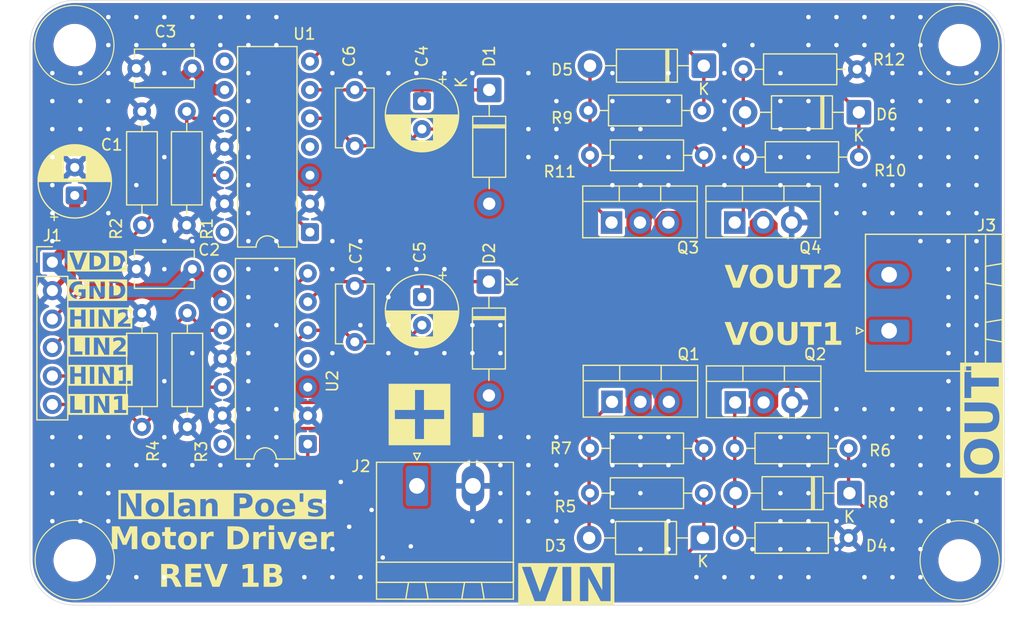
<source format=kicad_pcb>
(kicad_pcb (version 20241229) (generator "pcbnew") (generator_version "9.0")
  (layers (0 "F.Cu" signal) (2 "B.Cu" signal) (13 "F.Paste" user) (15 "B.Paste" user) (5 "F.SilkS" user "F.Silkscreen") (7 "B.SilkS" user "B.Silkscreen") (1 "F.Mask" user) (3 "B.Mask" user) (25 "Edge.Cuts" user))
  (net 0 "")
  (net 1 "VDD")
  (net 2 "GND")
  (net 3 "/VOUT1")
  (net 4 "/VOUT2")
  (net 5 "/HO1")
  (net 6 "/LO1")
  (net 7 "+24V")
  (net 8 "Net-(D5-A)")
  (net 9 "/HO2")
  (net 10 "Net-(D6-A)")
  (net 11 "/LO2")
  (net 12 "/HIN1")
  (net 13 "/LIN1")
  (net 14 "/LIN2")
  (net 15 "/HIN2")
  (net 22 "Net-(D1-K)")
  (net 23 "Net-(D2-K)")
  (net 24 "Net-(D3-A)")
  (net 25 "Net-(D4-A)")
  (footprint "Resistor_THT:R_Axial_DIN0207_L6.3mm_D2.5mm_P10.16mm_Horizontal" (layer "F.Cu") (at 164.16 113.75 180)
    (property "Reference" "R5")
    (property "Value" "10R")
  )
  (footprint "Diode_THT:D_DO-41_SOD81_P10.16mm_Horizontal" (layer "F.Cu") (at 177.16 113.75 180)
    (property "Reference" "D4")
    (property "Value" "1N4007")
  )
  (footprint "Resistor_THT:R_Axial_DIN0207_L6.3mm_D2.5mm_P10.16mm_Horizontal" (layer "F.Cu") (at 177.08 109.75 180)
    (property "Reference" "R6")
    (property "Value" "10R")
  )
  (footprint "MountingHole:MountingHole_3.2mm_M3" (layer "F.Cu") (at 108 119.75)
    (property "Reference" "H4" (hide yes))
    (property "Value" "MountingHole")
  )
  (footprint "Package_DIP:DIP-14_W7.62mm" (layer "F.Cu") (at 128.805 109.37 180)
    (property "Reference" "U2")
    (property "Value" "IR2110")
  )
  (footprint "Package_DIP:DIP-14_W7.62mm" (layer "F.Cu") (at 129 90.45 180)
    (property "Reference" "U1")
    (property "Value" "IR2110")
  )
  (footprint "Resistor_THT:R_Axial_DIN0207_L6.3mm_D2.5mm_P10.16mm_Horizontal" (layer "F.Cu") (at 118.05 97.67 -90)
    (property "Reference" "R3")
    (property "Value" "10k")
  )
  (footprint "Resistor_THT:R_Axial_DIN0207_L6.3mm_D2.5mm_P10.16mm_Horizontal" (layer "F.Cu") (at 166.92 117.75)
    (property "Reference" "R8")
    (property "Value" "1k")
  )
  (footprint "Resistor_THT:R_Axial_DIN0207_L6.3mm_D2.5mm_P10.16mm_Horizontal" (layer "F.Cu") (at 178 83.75 180)
    (property "Reference" "R10")
    (property "Value" "10R")
  )
  (footprint "Diode_THT:D_DO-41_SOD81_P10.16mm_Horizontal" (layer "F.Cu") (at 164.08 117.75 180)
    (property "Reference" "D3")
    (property "Value" "1N4007")
  )
  (footprint "MountingHole:MountingHole_3.2mm_M3" (layer "F.Cu") (at 108 73.75)
    (property "Reference" "H3" (hide yes))
    (property "Value" "MountingHole")
  )
  (footprint "Resistor_THT:R_Axial_DIN0207_L6.3mm_D2.5mm_P10.16mm_Horizontal" (layer "F.Cu") (at 114 107.83 90)
    (property "Reference" "R4")
    (property "Value" "10k")
  )
  (footprint "Resistor_THT:R_Axial_DIN0207_L6.3mm_D2.5mm_P10.16mm_Horizontal" (layer "F.Cu") (at 118 79.67 -90)
    (property "Reference" "R1")
    (property "Value" "10k")
  )
  (footprint "Capacitor_THT:CP_Radial_D6.3mm_P2.50mm" (layer "F.Cu") (at 108 87.17 90)
    (property "Reference" "C1")
    (property "Value" "220uF")
  )
  (footprint "Connector_Phoenix_MSTB:PhoenixContact_MSTBA_2,5_2-G_1x02_P5.00mm_Horizontal" (layer "F.Cu") (at 180.7 99.25 90)
    (property "Reference" "J3")
    (property "Value" "Conn_01x02")
  )
  (footprint "Package_TO_SOT_THT:TO-220-3_Vertical" (layer "F.Cu") (at 166.96 105.65)
    (property "Reference" "Q2")
    (property "Value" "IRFZ44N")
  )
  (footprint "MountingHole:MountingHole_3.2mm_M3" (layer "F.Cu") (at 187 73.75)
    (property "Reference" "H1" (hide yes))
    (property "Value" "MountingHole")
  )
  (footprint "Diode_THT:D_DO-41_SOD81_P10.16mm_Horizontal" (layer "F.Cu") (at 144.975 94.865 -90)
    (property "Reference" "D2")
    (property "Value" "1N4007")
  )
  (footprint "Capacitor_THT:C_Disc_D5.1mm_W3.2mm_P5.00mm" (layer "F.Cu") (at 118.5 75.83 180)
    (property "Reference" "C3")
    (property "Value" "100nF")
  )
  (footprint "Resistor_THT:R_Axial_DIN0207_L6.3mm_D2.5mm_P10.16mm_Horizontal" (layer "F.Cu") (at 164 79.59 180)
    (property "Reference" "R9")
    (property "Value" "10R")
  )
  (footprint "Connector_PinHeader_2.54mm:PinHeader_1x06_P2.54mm_Vertical" (layer "F.Cu") (at 106 93.13)
    (property "Reference" "J1")
    (property "Value" "Conn_01x06")
  )
  (footprint "Package_TO_SOT_THT:TO-220-3_Vertical" (layer "F.Cu") (at 166.92 89.59)
    (property "Reference" "Q4")
    (property "Value" "IRFZ44N")
  )
  (footprint "Capacitor_THT:CP_Radial_D6.3mm_P2.50mm" (layer "F.Cu") (at 139 96.25 -90)
    (property "Reference" "C5")
    (property "Value" "220uF")
  )
  (footprint "Resistor_THT:R_Axial_DIN0207_L6.3mm_D2.5mm_P10.16mm_Horizontal" (layer "F.Cu") (at 167.68 75.91)
    (property "Reference" "R12")
    (property "Value" "1k")
  )
  (footprint "Capacitor_THT:C_Disc_D5.1mm_W3.2mm_P5.00mm" (layer "F.Cu") (at 133 95.25 -90)
    (property "Reference" "C7")
    (property "Value" "100nF")
  )
  (footprint "Resistor_THT:R_Axial_DIN0207_L6.3mm_D2.5mm_P10.16mm_Horizontal" (layer "F.Cu") (at 154 83.59)
    (property "Reference" "R11")
    (property "Value" "1k")
  )
  (footprint "Diode_THT:D_DO-41_SOD81_P10.16mm_Horizontal" (layer "F.Cu") (at 164.16 75.59 180)
    (property "Reference" "D5")
    (property "Value" "1N4007")
  )
  (footprint "MountingHole:MountingHole_3.2mm_M3" (layer "F.Cu") (at 187 119.75)
    (property "Reference" "H2" (hide yes))
    (property "Value" "MountingHole")
  )
  (footprint "Package_TO_SOT_THT:TO-220-3_Vertical" (layer "F.Cu") (at 155.96 105.6)
    (property "Reference" "Q1")
    (property "Value" "IRFZ44N")
  )
  (footprint "Diode_THT:D_DO-41_SOD81_P10.16mm_Horizontal" (layer "F.Cu") (at 178 79.75 180)
    (property "Reference" "D6")
    (property "Value" "1N4007")
  )
  (footprint "Capacitor_THT:C_Disc_D5.1mm_W3.2mm_P5.00mm" (layer "F.Cu") (at 118.5 93.75 180)
    (property "Reference" "C2")
    (property "Value" "100nF")
  )
  (footprint "Diode_THT:D_DO-41_SOD81_P10.16mm_Horizontal" (layer "F.Cu") (at 145 77.75 -90)
    (property "Reference" "D1")
    (property "Value" "1N4007")
  )
  (footprint "Capacitor_THT:C_Disc_D5.1mm_W3.2mm_P5.00mm" (layer "F.Cu") (at 133 77.75 -90)
    (property "Reference" "C6")
    (property "Value" "100nF")
  )
  (footprint "Capacitor_THT:CP_Radial_D6.3mm_P2.50mm" (layer "F.Cu") (at 139 78.75 -90)
    (property "Reference" "C4")
    (property "Value" "220uF")
  )
  (footprint "Package_TO_SOT_THT:TO-220-3_Vertical" (layer "F.Cu") (at 155.92 89.59)
    (property "Reference" "Q3")
    (property "Value" "IRFZ44N")
  )
  (footprint "Resistor_THT:R_Axial_DIN0207_L6.3mm_D2.5mm_P10.16mm_Horizontal" (layer "F.Cu") (at 114 89.83 90)
    (property "Reference" "R2")
    (property "Value" "10k")
  )
  (footprint "Connector_Phoenix_MSTB:PhoenixContact_MSTBA_2,5_2-G_1x02_P5.00mm_Horizontal" (layer "F.Cu") (at 138.55 113.1)
    (property "Reference" "J2")
    (property "Value" "Conn_01x02")
  )
  (footprint "Resistor_THT:R_Axial_DIN0207_L6.3mm_D2.5mm_P10.16mm_Horizontal" (layer "F.Cu") (at 154 109.75)
    (property "Reference" "R7")
    (property "Value" "1k")
  )
  (gr_circle (center 187 119.75) (end 189.5 122.25) (stroke (width 0.1)) (fill no) (layer "F.SilkS"))
  (gr_circle (center 107.964466 73.75) (end 110.464466 76.25) (stroke (width 0.1)) (fill no) (layer "F.SilkS"))
  (gr_circle (center 108 119.714466) (end 110.5 122.214466) (stroke (width 0.1)) (fill no) (layer "F.SilkS"))
  (gr_circle (center 186.964466 73.75) (end 189.464466 76.25) (stroke (width 0.1)) (fill no) (layer "F.SilkS"))
  (gr_line (start 187 69.75) (end 108 69.75) (stroke (width 0.05)) (layer "Edge.Cuts"))
  (gr_arc (start 108 123.75) (mid 105.171573 122.578427) (end 104 119.75) (stroke (width 0.05)) (layer "Edge.Cuts"))
  (gr_arc (start 104 73.75) (mid 105.171573 70.921573) (end 108 69.75) (stroke (width 0.05)) (layer "Edge.Cuts"))
  (gr_line (start 108 123.75) (end 187 123.75) (stroke (width 0.05)) (layer "Edge.Cuts"))
  (gr_arc (start 187 69.75) (mid 189.828427 70.921573) (end 191 73.75) (stroke (width 0.05)) (layer "Edge.Cuts"))
  (gr_line (start 191 119.75) (end 191 73.75) (stroke (width 0.05)) (layer "Edge.Cuts"))
  (gr_line (start 104 73.75) (end 104 119.75) (stroke (width 0.05)) (layer "Edge.Cuts"))
  (gr_arc (start 191 119.75) (mid 189.828427 122.578427) (end 187 123.75) (stroke (width 0.05)) (layer "Edge.Cuts"))
  (gr_text "VOUT1" (at 166 100.85 0) (layer "F.SilkS") (effects (font (size 2 2) (thickness 0.3) (bold yes)) (justify left bottom)))
  (gr_text "HIN1" (at 107.4 104.25 0) (layer "F.SilkS" knockout) (effects (font (size 1.5 1.5) (thickness 0.3) (bold yes)) (justify left bottom)))
  (gr_text "Motor Driver\nREV 1B" (at 121.1 122.45 0) (layer "F.SilkS") (effects (font (size 2 2) (thickness 0.3) (bold yes)) (justify bottom)))
  (gr_text "Nolan Poe's" (at 121.1 116.15 0) (layer "F.SilkS" knockout) (effects (font (size 2 2) (thickness 0.3) (bold yes)) (justify bottom)))
  (gr_text "VDD" (at 107.5 94.05 0) (layer "F.SilkS" knockout) (effects (font (size 1.5 1.5) (thickness 0.3) (bold yes)) (justify left bottom)))
  (gr_text "LIN2" (at 107.4 101.65 0) (layer "F.SilkS" knockout) (effects (font (size 1.5 1.5) (thickness 0.3) (bold yes)) (justify left bottom)))
  (gr_text "-" (at 146.875 109.11 90) (layer "F.SilkS") (effects (font (size 5 5) (thickness 0.3) (bold yes)) (justify left bottom)))
  (gr_text "VIN" (at 147.9 123.9 0) (layer "F.SilkS" knockout) (effects (font (size 3 3) (thickness 0.3) (bold yes)) (justify left bottom)))
  (gr_text "OUT" (at 191 112.25 90) (layer "F.SilkS" knockout) (effects (font (size 3 3) (thickness 0.3) (bold yes)) (justify left bottom)))
  (gr_text "VOUT2" (at 166 95.75 0) (layer "F.SilkS") (effects (font (size 2 2) (thickness 0.3) (bold yes)) (justify left bottom)))
  (gr_text "GND" (at 107.4 96.65 0) (layer "F.SilkS" knockout) (effects (font (size 1.5 1.5) (thickness 0.3) (bold yes)) (justify left bottom)))
  (gr_text "+" (at 141.825 109.66 90) (layer "F.SilkS" knockout) (effects (font (size 5 5) (thickness 0.3) (bold yes)) (justify left bottom)))
  (gr_text "HIN2" (at 107.4 99.15 0) (layer "F.SilkS" knockout) (effects (font (size 1.5 1.5) (thickness 0.3) (bold yes)) (justify left bottom)))
  (gr_text "LIN1" (at 107.4 106.85 0) (layer "F.SilkS" knockout) (effects (font (size 1.5 1.5) (thickness 0.3) (bold yes)) (justify left bottom)))
  (segment (start 121.38 77.75) (end 120.42 77.75) (width 1) (layer "F.Cu") (net 1))
  (segment (start 116.1 78.23) (end 118.5 75.83) (width 1) (layer "F.Cu") (net 1))
  (segment (start 108 91.13) (end 106 93.13) (width 1) (layer "F.Cu") (net 1))
  (segment (start 108 87.17) (end 108 91.13) (width 1) (layer "F.Cu") (net 1))
  (segment (start 121.185 96.435) (end 118.5 93.75) (width 1) (layer "F.Cu") (net 1))
  (segment (start 116.1 80.35) (end 116.1 78.23) (width 1) (layer "F.Cu") (net 1))
  (segment (start 120.42 77.75) (end 118.5 75.83) (width 1) (layer "F.Cu") (net 1))
  (segment (start 108 87.17) (end 109.28 87.17) (width 1) (layer "F.Cu") (net 1))
  (segment (start 109.28 87.17) (end 116.1 80.35) (width 1) (layer "F.Cu") (net 1))
  (segment (start 121.185 96.67) (end 121.185 96.435) (width 1) (layer "F.Cu") (net 1))
  (segment (start 118.5 93.75) (end 116.5 95.75) (width 1) (layer "B.Cu") (net 1))
  (segment (start 116.5 95.75) (end 108.62 95.75) (width 1) (layer "B.Cu") (net 1))
  (segment (start 108.62 95.75) (end 106 93.13) (width 1) (layer "B.Cu") (net 1))
  (via (at 176 118.75) (size 0.8) (drill 0.4) (layers "F.Cu" "B.Cu") (net 2))
  (via (at 188.5 78.75) (size 0.8) (drill 0.4) (layers "F.Cu" "B.Cu") (net 2))
  (via (at 108.5 108.75) (size 0.8) (drill 0.4) (layers "F.Cu" "B.Cu") (net 2))
  (via (at 138.5 93.75) (size 0.8) (drill 0.4) (layers "F.Cu" "B.Cu") (net 2))
  (via (at 173.5 86.25) (size 0.8) (drill 0.4) (layers "F.Cu" "B.Cu") (net 2))
  (via (at 186 93.75) (size 0.8) (drill 0.4) (layers "F.Cu" "B.Cu") (net 2))
  (via (at 181 108.75) (size 0.8) (drill 0.4) (layers "F.Cu" "B.Cu") (net 2))
  (via (at 176 111.25) (size 0.8) (drill 0.4) (layers "F.Cu" "B.Cu") (net 2))
  (via (at 168.5 118.75) (size 0.8) (drill 0.4) (layers "F.Cu" "B.Cu") (net 2))
  (via (at 161 111.25) (size 0.8) (drill 0.4) (layers "F.Cu" "B.Cu") (net 2))
  (via (at 186 83.75) (size 0.8) (drill 0.4) (layers "F.Cu" "B.Cu") (net 2))
  (via (at 123.5 86.25) (size 0.8) (drill 0.4) (layers "F.Cu" "B.Cu") (net 2))
  (via (at 161 83.75) (size 0.8) (drill 0.4) (layers "F.Cu" "B.Cu") (net 2))
  (via (at 181 88.75) (size 0.8) (drill 0.4) (layers "F.Cu" "B.Cu") (net 2))
  (via (at 118.5 111.25) (size 0.8) (drill 0.4) (layers "F.Cu" "B.Cu") (net 2))
  (via (at 143.5 116.25) (size 0.8) (drill 0.4) (layers "F.Cu" "B.Cu") (net 2))
  (via (at 173.5 113.75) (size 0.8) (drill 0.4) (layers "F.Cu" "B.Cu") (net 2))
  (via (at 126 91.25) (size 0.8) (drill 0.4) (layers "F.Cu" "B.Cu") (net 2))
  (via (at 181 81.25) (size 0.8) (drill 0.4) (layers "F.Cu" "B.Cu") (net 2))
  (via (at 116 103.75) (size 0.8) (drill 0.4) (layers "F.Cu" "B.Cu") (net 2))
  (via (at 138 118.5) (size 0.8) (drill 0.4) (layers "F.Cu" "B.Cu") (net 2))
  (via (at 106 83.75) (size 0.8) (drill 0.4) (layers "F.Cu" "B.Cu") (net 2))
  (via (at 176 73.75) (size 0.8) (drill 0.4) (layers "F.Cu" "B.Cu") (net 2))
  (via (at 123.5 101.25) (size 0.8) (drill 0.4) (layers "F.Cu" "B.Cu") (net 2))
  (via (at 121 111.25) (size 0.8) (drill 0.4) (layers "F.Cu" "B.Cu") (net 2))
  (via (at 151 78.75) (size 0.8) (drill 0.4) (layers "F.Cu" "B.Cu") (net 2))
  (via (at 173.5 71.25) (size 0.8) (drill 0.4) (layers "F.Cu" "B.Cu") (net 2))
  (via (at 136 96.25) (size 0.8) (drill 0.4) (layers "F.Cu" "B.Cu") (net 2))
  (via (at 111 121.25) (size 0.8) (drill 0.4) (layers "F.Cu" "B.Cu") (net 2))
  (via (at 183.5 81.25) (size 0.8) (drill 0.4) (layers "F.Cu" "B.Cu") (net 2))
  (via (at 131 93.75) (size 0.8) (drill 0.4) (layers "F.Cu" "B.Cu") (net 2))
  (via (at 118.5 73.75) (size 0.8) (drill 0.4) (layers "F.Cu" "B.Cu") (net 2))
  (via (at 116 76.25) (size 0.8) (drill 0.4) (layers "F.Cu" "B.Cu") (net 2))
  (via (at 136 76.25) (size 0.8) (drill 0.4) (layers "F.Cu" "B.Cu") (net 2))
  (via (at 108.5 78.75) (size 0.8) (drill 0.4) (layers "F.Cu" "B.Cu") (net 2))
  (via (at 188.5 76.25) (size 0.8) (drill 0.4) (layers "F.Cu" "B.Cu") (net 2))
  (via (at 118.5 91.25) (size 0.8) (drill 0.4) (layers "F.Cu" "B.Cu") (net 2))
  (via (at 161 118.75) (size 0.8) (drill 0.4) (layers "F.Cu" "B.Cu") (net 2))
  (via (at 158.5 118.75) (size 0.8) (drill 0.4) (layers "F.Cu" "B.Cu") (net 2))
  (via (at 123.5 73.75) (size 0.8) (drill 0.4) (layers "F.Cu" "B.Cu") (net 2))
  (via (at 188.5 93.75) (size 0.8) (drill 0.4) (layers "F.Cu" "B.Cu") (net 2))
  (via (at 143.5 101.25) (size 0.8) (drill 0.4) (layers "F.Cu" "B.Cu") (net 2))
  (via (at 138.5 76.25) (size 0.8) (drill 0.4) (layers "F.Cu" "B.Cu") (net 2))
  (via (at 126 106.25) (size 0.8) (drill 0.4) (layers "F.Cu" "B.Cu") (net 2))
  (via (at 123.5 106.25) (size 0.8) (drill 0.4) (layers "F.Cu" "B.Cu") (net 2))
  (via (at 171 83.75) (size 0.8) (drill 0.4) (layers "F.Cu" "B.Cu") (net 2))
  (via (at 106 116.25) (size 0.8) (drill 0.4) (layers "F.Cu" "B.Cu") (net 2))
  (via (at 183.5 111.25) (size 0.8) (drill 0.4) (layers "F.Cu" "B.Cu") (net 2))
  (via (at 158.5 108.75) (size 0.8) (drill 0.4) (layers "F.Cu" "B.Cu") (net 2))
  (via (at 123.5 88.75) (size 0.8) (drill 0.4) (layers "F.Cu" "B.Cu") (net 2))
  (via (at 181 111.25) (size 0.8) (drill 0.4) (layers "F.Cu" "B.Cu") (net 2))
  (via (at 131 91.25) (size 0.8) (drill 0.4) (layers "F.Cu" "B.Cu") (net 2))
  (via (at 133.5 93.75) (size 0.8) (drill 0.4) (layers "F.Cu" "B.Cu") (net 2))
  (via (at 183.5 86.25) (size 0.8) (drill 0.4) (layers "F.Cu" "B.Cu") (net 2))
  (via (at 156 86.25) (size 0.8) (drill 0.4) (layers "F.Cu" "B.Cu") (net 2))
  (via (at 143.5 76.25) (size 0.8) (drill 0.4) (layers "F.Cu" "B.Cu") (net 2))
  (via (at 126 108.75) (size 0.8) (drill 0.4) (layers "F.Cu" "B.Cu") (net 2))
  (via (at 116 83.75) (size 0.8) (drill 0.4) (layers "F.Cu" "B.Cu") (net 2))
  (via (at 171 78.75) (size 0.8) (drill 0.4) (layers "F.Cu" "B.Cu") (net 2))
  (via (at 178.5 121.25) (size 0.8) (drill 0.4) (layers "F.Cu" "B.Cu") (net 2))
  (via (at 171 121.25) (size 0.8) (drill 0.4) (layers "F.Cu" "B.Cu") (net 2))
  (via (at 178.5 111.25) (size 0.8) (drill 0.4) (layers "F.Cu" "B.Cu") (net 2))
  (via (at 161 116.25) (size 0.8) (drill 0.4) (layers "F.Cu" "B.Cu") (net 2))
  (via (at 188.5 98.75) (size 0.8) (drill 0.4) (layers "F.Cu" "B.Cu") (net 2))
  (via (at 148.5 76.25) (size 0.8) (drill 0.4) (layers "F.Cu" "B.Cu") (net 2))
  (via (at 166 83.75) (size 0.8) (drill 0.4) (layers "F.Cu" "B.Cu") (net 2))
  (via (at 156 108.75) (size 0.8) (drill 0.4) (layers "F.Cu" "B.Cu") (net 2))
  (via (at 111 76.25) (size 0.8) (drill 0.4) (layers "F.Cu" "B.Cu") (net 2))
  (via (at 171 76.25) (size 0.8) (drill 0.4) (layers "F.Cu" "B.Cu") (net 2))
  (via (at 143.5 98.75) (size 0.8) (drill 0.4) (layers "F.Cu" "B.Cu") (net 2))
  (via (at 183.5 78.75) (size 0.8) (drill 0.4) (layers "F.Cu" "B.Cu") (net 2))
  (via (at 151 116.25) (size 0.8) (drill 0.4) (layers "F.Cu" "B.Cu") (net 2))
  (via (at 186 86.25) (size 0.8) (drill 0.4) (layers "F.Cu" "B.Cu") (net 2))
  (via (at 181 121.25) (size 0.8) (drill 0.4) (layers "F.Cu" "B.Cu") (net 2))
  (via (at 146 111.25) (size 0.8) (drill 0.4) (layers "F.Cu" "B.Cu") (net 2))
  (via (at 183.5 121.25) (size 0.8) (drill 0.4) (layers "F.Cu" "B.Cu") (net 2))
  (via (at 168.5 73.75) (size 0.8) (drill 0.4) (layers "F.Cu" "B.Cu") (net 2))
  (via (at 183.5 118.75) (size 0.8) (drill 0.4) (layers "F.Cu" "B.Cu") (net 2))
  (via (at 173.5 83.75) (size 0.8) (drill 0.4) (layers "F.Cu" "B.Cu") (net 2))
  (via (at 151 113.75) (size 0.8) (drill 0.4) (layers "F.Cu" "B.Cu") (net 2))
  (via (at 161 108.75) (size 0.8) (drill 0.4) (layers "F.Cu" "B.Cu") (net 2))
  (via (at 161 78.75) (size 0.8) (drill 0.4) (layers "F.Cu" "B.Cu") (net 2))
  (via (at 111 108.75) (size 0.8) (drill 0.4) (layers "F.Cu" "B.Cu") (net 2))
  (via (at 146 98.75) (size 0.8) (drill 0.4) (layers "F.Cu" "B.Cu") (net 2))
  (via (at 181 73.75) (size 0.8) (drill 0.4) (layers "F.Cu" "B.Cu") (net 2))
  (via (at 148.5 113.75) (size 0.8) (drill 0.4) (layers "F.Cu" "B.Cu") (net 2))
  (via (at 121 73.75) (size 0.8) (drill 0.4) (layers "F.Cu" "B.Cu") (net 2))
  (via (at 116 71.25) (size 0.8) (drill 0.4) (layers "F.Cu" "B.Cu") (net 2))
  (via (at 136 98.75) (size 0.8) (drill 0.4) (layers "F.Cu" "B.Cu") (net 2))
  (via (at 158.5 111.25) (size 0.8) (drill 0.4) (layers "F.Cu" "B.Cu") (net 2))
  (via (at 183.5 91.25) (size 0.8) (drill 0.4) (layers "F.Cu" "B.Cu") (net 2))
  (via (at 148.5 81.25) (size 0.8) (drill 0.4) (layers "F.Cu" "B.Cu") (net 2))
  (via (at 116 93.75) (size 0.8) (drill 0.4) (layers "F.Cu" "B.Cu") (net 2))
  (via (at 111 81.25) (size 0.8) (drill 0.4) (layers "F.Cu" "B.Cu") (net 2))
  (via (at 178.5 108.75) (size 0.8) (drill 0.4) (layers "F.Cu" "B.Cu") (net 2))
  (via (at 123.5 96.25) (size 0.8) (drill 0.4) (layers "F.Cu" "B.Cu") (net 2))
  (via (at 161 76.25) (size 0.8) (drill 0.4) (layers "F.Cu" "B.Cu") (net 2))
  (via (at 188.5 88.75) (size 0.8) (drill 0.4) (layers "F.Cu" "B.Cu") (net 2))
  (via (at 173.5 116.25) (size 0.8) (drill 0.4) (layers "F.Cu" "B.Cu") (net 2))
  (via (at 136 101.25) (size 0.8) (drill 0.4) (layers "F.Cu" "B.Cu") (net 2))
  (via (at 123.5 93.75) (size 0.8) (drill 0.4) (layers "F.Cu" "B.Cu") (net 2))
  (via (at 116 108.75) (size 0.8) (drill 0.4) (layers "F.Cu" "B.Cu") (net 2))
  (via (at 181 118.75) (size 0.8) (drill 0.4) (layers "F.Cu" "B.Cu") (net 2))
  (via (at 123.5 76.25) (size 0.8) (drill 0.4) (layers "F.Cu" "B.Cu") (net 2))
  (via (at 171 116.25) (size 0.8) (drill 0.4) (layers "F.Cu" "B.Cu") (net 2))
  (via (at 181 86.25) (size 0.8) (drill 0.4) (layers "F.Cu" "B.Cu") (net 2))
  (via (at 173.5 121.25) (size 0.8) (drill 0.4) (layers "F.Cu" "B.Cu") (net 2))
  (via (at 148.5 111.25) (size 0.8) (drill 0.4) (layers "F.Cu" "B.Cu") (net 2))
  (via (at 166 81.25) (size 0.8) (drill 0.4) (layers "F.Cu" "B.Cu") (net 2))
  (via (at 183.5 71.25) (size 0.8) (drill 0.4) (layers "F.Cu" "B.Cu") (net 2))
  (via (at 123.5 91.25) (size 0.8) (drill 0.4) (layers "F.Cu" "B.Cu") (net 2))
  (via (at 156 83.75) (size 0.8) (drill 0.4) (layers "F.Cu" "B.Cu") (net 2))
  (via (at 106 111.25) (size 0.8) (drill 0.4) (layers "F.Cu" "B.Cu") (net 2))
  (via (at 188.5 81.25) (size 0.8) (drill 0.4) (layers "F.Cu" "B.Cu") (net 2))
  (via (at 106 81.25) (size 0.8) (drill 0.4) (layers "F.Cu" "B.Cu") (net 2))
  (via (at 123.5 111.25) (size 0.8) (drill 0.4) (layers "F.Cu" "B.Cu") (net 2))
  (via (at 173.5 78.75) (size 0.8) (drill 0.4) (layers "F.Cu" "B.Cu") (net 2))
  (via (at 171 111.25) (size 0.8) (drill 0.4) (layers "F.Cu" "B.Cu") (net 2))
  (via (at 133.5 76.25) (size 0.8) (drill 0.4) (layers "F.Cu" "B.Cu") (net 2))
  (via (at 186 96.25) (size 0.8) (drill 0.4) (layers "F.Cu" "B.Cu") (net 2))
  (via (at 176 106.25) (size 0.8) (drill 0.4) (layers "F.Cu" "B.Cu") (net 2))
  (via (at 181 83.75) (size 0.8) (drill 0.4) (layers "F.Cu" "B.Cu") (net 2))
  (via (at 132.5 116.75) (size 0.8) (drill 0.4) (layers "F.Cu" "B.Cu") (net 2))
  (via (at 123.5 81.25) (size 0.8) (drill 0.4) (layers "F.Cu" "B.Cu") (net 2))
  (via (at 183.5 108.75) (size 0.8) (drill 0.4) (layers "F.Cu" "B.Cu") (net 2))
  (via (at 188.5 96.25) (size 0.8) (drill 0.4) (layers "F.Cu" "B.Cu") (net 2))
  (via (at 123.5 71.25) (size 0.8) (drill 0.4) (layers "F.Cu" "B.Cu") (net 2))
  (via (at 166 86.25) (size 0.8) (drill 0.4) (layers "F.Cu" "B.Cu") (net 2))
  (via (at 146 108.75) (size 0.8) (drill 0.4) (layers "F.Cu" "B.Cu") (net 2))
  (via (at 126 93.75) (size 0.8) (drill 0.4) (layers "F.Cu" "B.Cu") (net 2))
  (via (at 146 113.75) (size 0.8) (drill 0.4) (layers "F.Cu" "B.Cu") (net 2))
  (via (at 151 81.25) (size 0.8) (drill 0.4) (layers "F.Cu" "B.Cu") (net 2))
  (via (at 138.5 101.25) (size 0.8) (drill 0.4) (layers "F.Cu" "B.Cu") (net 2))
  (via (at 113.5 73.75) (size 0.8) (drill 0.4) (layers "F.Cu" "B.Cu") (net 2))
  (via (at 181 76.25) (size 0.8) (drill 0.4) (layers "F.Cu" "B.Cu") (net 2))
  (via (at 178.5 106.25) (size 0.8) (drill 0.4) (layers "F.Cu" "B.Cu") (net 2))
  (via (at 135.5 119.5) (size 0.8) (drill 0.4) (layers "F.Cu" "B.Cu") (net 2))
  (via (at 151 111.25) (size 0.8) (drill 0.4) (layers "F.Cu" "B.Cu") (net 2))
  (via (at 106 108.75) (size 0.8) (drill 0.4) (layers "F.Cu" "B.Cu") (net 2))
  (via (at 113.5 86.25) (size 0.8) (drill 0.4) (layers "F.Cu" "B.Cu") (net 2))
  (via (at 116 91.25) (size 0.8) (drill 0.4) (layers "F.Cu" "B.Cu") (net 2))
  (via (at 141 76.25) (size 0.8) (drill 0.4) (layers "F.Cu" "B.Cu") (net 2))
  (via (at 188.5 91.25) (size 0.8) (drill 0.4) (layers "F.Cu" "B.Cu") (net 2))
  (via (at 156 76.25) (size 0.8) (drill 0.4) (layers "F.Cu" "B.Cu") (net 2))
  (via (at 183.5 73.75) (size 0.8) (drill 0.4) (layers "F.Cu" "B.Cu") (net 2))
  (via (at 133.5 91.25) (size 0.8) (drill 0.4) (layers "F.Cu" "B.Cu") (net 2))
  (via (at 176 108.75) (size 0.8) (drill 0.4) (layers "F.Cu" "B.Cu") (net 2))
  (via (at 126 98.75) (size 0.8) (drill 0.4) (layers "F.Cu" "B.Cu") (net 2))
  (via (at 173.5 81.25) (size 0.8) (drill 0.4) (layers "F.Cu" "B.Cu") (net 2))
  (via (at 181 71.25) (size 0.8) (drill 0.4) (layers "F.Cu" "B.Cu") (net 2))
  (via (at 126 73.75) (size 0.8) (drill 0.4) (layers "F.Cu" "B.Cu") (net 2))
  (via (at 181 106.25) (size 0.8) (drill 0.4) (layers "F.Cu" "B.Cu") (net 2))
  (via (at 176 71.25) (size 0.8) (drill 0.4) (layers "F.Cu" "B.Cu") (net 2))
  (via (at 148.5 116.25) (size 0.8) (drill 0.4) (layers "F.Cu" "B.Cu") (net 2))
  (via (at 108.5 113.75) (size 0.8) (drill 0.4) (layers "F.Cu" "B.Cu") (net 2))
  (via (at 158.5 83.75) (size 0.8) (drill 0.4) (layers "F.Cu" "B.Cu") (net 2))
  (via (at 186 98.75) (size 0.8) (drill 0.4) (layers "F.Cu" "B.Cu") (net 2))
  (via (at 113.5 71.25) (size 0.8) (drill 0.4) (layers "F.Cu" "B.Cu") (net 2))
  (via (at 188.5 86.25) (size 0.8) (drill 0.4) (layers "F.Cu" "B.Cu") (net 2))
  (via (at 116 111.25) (size 0.8) (drill 0.4) (layers "F.Cu" "B.Cu") (net 2))
  (via (at 106 91.25) (size 0.8) (drill 0.4) (layers "F.Cu" "B.Cu") (net 2))
  (via (at 123.5 78.75) (size 0.8) (drill 0.4) (layers "F.Cu" "B.Cu") (net 2))
  (via (at 106 78.75) (size 0.8) (drill 0.4) (layers "F.Cu" "B.Cu") (net 2))
  (via (at 123.5 83.75) (size 0.8) (drill 0.4) (layers "F.Cu" "B.Cu") (net 2))
  (via (at 151 108.75) (size 0.8) (drill 0.4) (layers "F.Cu" "B.Cu") (net 2))
  (via (at 108.5 76.25) (size 0.8) (drill 0.4) (layers "F.Cu" "B.Cu") (net 2))
  (via (at 111 111.25) (size 0.8) (drill 0.4) (layers "F.Cu" "B.Cu") (net 2))
  (via (at 186 108.75) (size 0.8) (drill 0.4) (layers "F.Cu" "B.Cu") (net 2))
  (via (at 166 121.25) (size 0.8) (drill 0.4) (layers "F.Cu" "B.Cu") (net 2))
  (via (at 171 108.75) (size 0.8) (drill 0.4) (layers "F.Cu" "B.Cu") (net 2))
  (via (at 141 101.25) (size 0.8) (drill 0.4) (layers "F.Cu" "B.Cu") (net 2))
  (via (at 186 113.75) (size 0.8) (drill 0.4) (layers "F.Cu" "B.Cu") (net 2))
  (via (at 176 88.75) (size 0.8) (drill 0.4) (layers "F.Cu" "B.Cu") (net 2))
  (via (at 134.5 115.25) (size 0.8) (drill 0.4) (layers "F.Cu" "B.Cu") (net 2))
  (via (at 156 81.25) (size 0.8) (drill 0.4) (layers "F.Cu" "B.Cu") (net 2))
  (via (at 126 71.25) (size 0.8) (drill 0.4) (layers "F.Cu" "B.Cu") (net 2))
  (via (at 123.5 103.75) (size 0.8) (drill 0.4) (layers "F.Cu" "B.Cu") (net 2))
  (via (at 111 116.25) (size 0.8) (drill 0.4) (layers "F.Cu" "B.Cu") (net 2))
  (via (at 111 71.25) (size 0.8) (drill 0.4) (layers "F.Cu" "B.Cu") (net 2))
  (via (at 126 111.25) (size 0.8) (drill 0.4) (layers "F.Cu" "B.Cu") (net 2))
  (via (at 176 116.25) (size 0.8) (drill 0.4) (layers "F.Cu" "B.Cu") (net 2))
  (via (at 156 116.25) (size 0.8) (drill 0.4) (layers "F.Cu" "B.Cu") (net 2))
  (via (at 176 86.25) (size 0.8) (drill 0.4) (layers "F.Cu" "B.Cu") (net 2))
  (via (at 106 86.25) (size 0.8) (drill 0.4) (layers "F.Cu" "B.Cu") (net 2))
  (via (at 188.5 83.75) (size 0.8) (drill 0.4) (layers "F.Cu" "B.Cu") (net 2))
  (via (at 173.5 118.75) (size 0.8) (drill 0.4) (layers "F.Cu" "B.Cu") (net 2))
  (via (at 173.5 111.25) (size 0.8) (drill 0.4) (layers "F.Cu" "B.Cu") (net 2))
  (via (at 158.5 113.75) (size 0.8) (drill 0.4) (layers "F.Cu" "B.Cu") (net 2))
  (via (at 171 86.25) (size 0.8) (drill 0.4) (layers "F.Cu" "B.Cu") (net 2))
  (via (at 141 93.75) (size 0.8) (drill 0.4) (layers "F.Cu" "B.Cu") (net 2))
  (via (at 178.5 73.75) (size 0.8) (drill 0.4) (layers "F.Cu" "B.Cu") (net 2))
  (via (at 131 121.25) (size 0.8) (drill 0.4) (layers "F.Cu" "B.Cu") (net 2))
  (via (at 116 121.25) (size 0.8) (drill 0.4) (layers "F.Cu" "B.Cu") (net 2))
  (via (at 178.5 86.25) (size 0.8) (drill 0.4) (layers "F.Cu" "B.Cu") (net 2))
  (via (at 168.5 121.25) (size 0.8) (drill 0.4) (layers "F.Cu" "B.Cu") (net 2))
  (via (at 186 111.25) (size 0.8) (drill 0.4) (layers "F.Cu" "B.Cu") (net 2))
  (via (at 186 116.25) (size 0.8) (drill 0.4) (layers "F.Cu" "B.Cu") (net 2))
  (via (at 111 78.75) (size 0.8) (drill 0.4) (layers "F.Cu" "B.Cu") (net 2))
  (via (at 148.5 108.75) (size 0.8) (drill 0.4) (layers "F.Cu" "B.Cu") (net 2))
  (via (at 186 88.75) (size 0.8) (drill 0.4) (layers "F.Cu" "B.Cu") (net 2))
  (via (at 186 78.75) (size 0.8) (drill 0.4) (layers "F.Cu" "B.Cu") (net 2))
  (via (at 181 78.75) (size 0.8) (drill 0.4) (layers "F.Cu" "B.Cu") (net 2))
  (via (at 133.5 98.75) (size 0.8) (drill 0.4) (layers "F.Cu" "B.Cu") (net 2))
  (via (at 123.5 98.75) (size 0.8) (drill 0.4) (layers "F.Cu" "B.Cu") (net 2))
  (via (at 188.5 101.25) (size 0.8) (drill 0.4) (layers "F.Cu" "B.Cu") (net 2))
  (via (at 106 88.75) (size 0.8) (drill 0.4) (layers "F.Cu" "B.Cu") (net 2))
  (via (at 111 113.75) (size 0.8) (drill 0.4) (layers "F.Cu" "B.Cu") (net 2))
  (via (at 131 101.25) (size 0.8) (drill 0.4) (layers "F.Cu" "B.Cu") (net 2))
  (via (at 171 81.25) (size 0.8) (drill 0.4) (layers "F.Cu" "B.Cu") (net 2))
  (via (at 183.5 76.25) (size 0.8) (drill 0.4) (layers "F.Cu" "B.Cu") (net 2))
  (via (at 161 86.25) (size 0.8) (drill 0.4) (layers "F.Cu" "B.Cu") (net 2))
  (via (at 178.5 71.25) (size 0.8) (drill 0.4) (layers "F.Cu" "B.Cu") (net 2))
  (via (at 146 116.25) (size 0.8) (drill 0.4) (layers "F.Cu" "B.Cu") (net 2))
  (via (at 121 71.25) (size 0.8) (drill 0.4) (layers "F.Cu" "B.Cu") (net 2))
  (via (at 146 101.25) (size 0.8) (drill 0.4) (layers "F.Cu" "B.Cu") (net 2))
  (via (at 183.5 106.25) (size 0.8) (drill 0.4) (layers "F.Cu" "B.Cu") (net 2))
  (via (at 116 73.75) (size 0.8) (drill 0.4) (layers "F.Cu" "B.Cu") (net 2))
  (via (at 188.5 113.75) (size 0.8) (drill 0.4) (layers "F.Cu" "B.Cu") (net 2))
  (via (at 106 113.75) (size 0.8) (drill 0.4) (layers "F.Cu" "B.Cu") (net 2))
  (via (at 183.5 113.75) (size 0.8) (drill 0.4) (layers "F.Cu" "B.Cu") (net 2))
  (via (at 186 103.75) (size 0.8) (drill 0.4) (layers "F.Cu" "B.Cu") (net 2))
  (via (at 181 116.25) (size 0.8) (drill 0.4) (layers "F.Cu" "B.Cu") (net 2))
  (via (at 178.5 88.75) (size 0.8) (drill 0.4) (layers "F.Cu" "B.Cu") (net 2))
  (via (at 171 113.75) (size 0.8) (drill 0.4) (layers "F.Cu" "B.Cu") (net 2))
  (via (at 148.5 83.75) (size 0.8) (drill 0.4) (layers "F.Cu" "B.Cu") (net 2))
  (via (at 106 76.25) (size 0.8) (drill 0.4) (layers "F.Cu" "B.Cu") (net 2))
  (via (at 186 76.25) (size 0.8) (drill 0.4) (layers "F.Cu" "B.Cu") (net 2))
  (via (at 130.25 114.5) (size 0.8) (drill 0.4) (layers "F.Cu" "B.Cu") (net 2))
  (via (at 158.5 86.25) (size 0.8) (drill 0.4) (layers "F.Cu" "B.Cu") (net 2))
  (via (at 183.5 116.25) (size 0.8) (drill 0.4) (layers "F.Cu" "B.Cu") (net 2))
  (via (at 186 91.25) (size 0.8) (drill 0.4) (layers "F.Cu" "B.Cu") (net 2))
  (via (at 111 88.75) (size 0.8) (drill 0.4) (layers "F.Cu" "B.Cu") (net 2))
  (via (at 181 113.75) (size 0.8) (drill 0.4) (layers "F.Cu" "B.Cu") (net 2))
  (via (at 188.5 116.25) (size 0.8) (drill 0.4) (layers "F.Cu" "B.Cu") (net 2))
  (via (at 183.5 88.75) (size 0.8) (drill 0.4) (layers "F.Cu" "B.Cu") (net 2))
  (via (at 166 78.75) (size 0.8) (drill 0.4) (layers "F.Cu" "B.Cu") (net 2))
  (via (at 186 101.25) (size 0.8) (drill 0.4) (layers "F.Cu" "B.Cu") (net 2))
  (via (at 113.5 121.25) (size 0.8) (drill 0.4) (layers "F.Cu" "B.Cu") (net 2))
  (via (at 136 93.75) (size 0.8) (drill 0.4) (layers "F.Cu" "B.Cu") (net 2))
  (via (at 166 73.75) (size 0.8) (drill 0.4) (layers "F.Cu" "B.Cu") (net 2))
  (via (at 123.5 108.75) (size 0.8) (drill 0.4) (layers "F.Cu" "B.Cu") (net 2))
  (via (at 118.5 71.25) (size 0.8) (drill 0.4) (layers "F.Cu" "B.Cu") (net 2))
  (via (at 156 78.75) (size 0.8) (drill 0.4) (layers "F.Cu" "B.Cu") (net 2))
  (via (at 131 76.25) (size 0.8) (drill 0.4) (layers "F.Cu" "B.Cu") (net 2))
  (via (at 133.5 121.25) (size 0.8) (drill 0.4) (layers "F.Cu" "B.Cu") (net 2))
  (via (at 108.5 111.25) (size 0.8) (drill 0.4) (layers "F.Cu" "B.Cu") (net 2))
  (via (at 186 106.25) (size 0.8) (drill 0.4) (layers "F.Cu" "B.Cu") (net 2))
  (via (at 131 118.75) (size 0.8) (drill 0.4) (layers "F.Cu" "B.Cu") (net 2))
  (via (at 186 81.25) (size 0.8) (drill 0.4) (layers "F.Cu" "B.Cu") (net 2))
  (via (at 183.5 83.75) (size 0.8) (drill 0.4) (layers "F.Cu" "B.Cu") (net 2))
  (via (at 158.5 81.25) (size 0.8) (drill 0.4) (layers "F.Cu" "B.Cu") (net 2))
  (via (at 173.5 108.75) (size 0.8) (drill 0.4) (layers "F.Cu" "B.Cu") (net 2))
  (via (at 108.5 81.25) (size 0.8) (drill 0.4) (layers "F.Cu" "B.Cu") (net 2))
  (via (at 111 73.75) (size 0.8) (drill 0.4) (layers "F.Cu" "B.Cu") (net 2))
  (via (at 156 111.25) (size 0.8) (drill 0.4) (layers "F.Cu" "B.Cu") (net 2))
  (via (at 118.5 101.25) (size 0.8) (drill 0.4) (layers "F.Cu" "B.Cu") (net 2))
  (via (at 163.5 121.25) (size 0.8) (drill 0.4) (layers "F.Cu" "B.Cu") (net 2))
  (via (at 156 113.75) (size 0.8) (drill 0.4) (layers "F.Cu" "B.Cu") (net 2))
  (via (at 166 76.25) (size 0.8) (drill 0.4) (layers "F.Cu" "B.Cu") (net 2))
  (via (at 113.5 111.25) (size 0.8) (drill 0.4) (layers "F.Cu" "B.Cu") (net 2))
  (via (at 128.5 121.25) (size 0.8) (drill 0.4) (layers "F.Cu" "B.Cu") (net 2))
  (via (at 173.5 73.75) (size 0.8) (drill 0.4) (layers "F.Cu" "B.Cu") (net 2))
  (via (at 131.75 112.75) (size 0.8) (drill 0.4) (layers "F.Cu" "B.Cu") (net 2))
  (via (at 151 83.75) (size 0.8) (drill 0.4) (layers "F.Cu" "B.Cu") (net 2))
  (via (at 171 118.75) (size 0.8) (drill 0.4) (layers "F.Cu" "B.Cu") (net 2))
  (via (at 108.5 116.25) (size 0.8) (drill 0.4) (layers "F.Cu" "B.Cu") (net 2))
  (segment (start 130.9 110.05) (end 140.2 119.35) (width 0.3) (layer "F.Cu") (net 3))
  (segment (start 126.5 101.515) (end 126.5 104.55) (width 0.3) (layer "F.Cu") (net 3))
  (segment (start 133 100.25) (end 137.5 100.25) (width 0.3) (layer "F.Cu") (net 3))
  (segment (start 131.96 99.21) (end 133 100.25) (width 0.3) (layer "F.Cu") (net 3))
  (segment (start 161.04 106.63) (end 161.04 105.6) (width 0.3) (layer "F.Cu") (net 3))
  (segment (start 129.9 105.65) (end 130.9 106.65) (width 0.3) (layer "F.Cu") (net 3))
  (segment (start 128.805 99.21) (end 126.5 101.515) (width 0.3) (layer "F.Cu") (net 3))
  (segment (start 155.9 119.35) (end 164.16 111.09) (width 0.3) (layer "F.Cu") (net 3))
  (segment (start 127.6 105.65) (end 129.9 105.65) (width 0.3) (layer "F.Cu") (net 3))
  (segment (start 128.805 99.21) (end 131.96 99.21) (width 0.3) (layer "F.Cu") (net 3))
  (segment (start 164.16 109.75) (end 161.04 106.63) (width 0.3) (layer "F.Cu") (net 3))
  (segment (start 164.16 111.09) (end 164.16 109.75) (width 0.3) (layer "F.Cu") (net 3))
  (segment (start 130.9 106.65) (end 130.9 110.05) (width 0.3) (layer "F.Cu") (net 3))
  (segment (start 137.5 100.25) (end 139 98.75) (width 0.3) (layer "F.Cu") (net 3))
  (segment (start 126.5 104.55) (end 127.6 105.65) (width 0.3) (layer "F.Cu") (net 3))
  (segment (start 140.2 119.35) (end 155.9 119.35) (width 0.3) (layer "F.Cu") (net 3))
  (segment (start 137.5 82.75) (end 139 81.25) (width 0.3) (layer "F.Cu") (net 4))
  (segment (start 152.725 73.85) (end 145.325 81.25) (width 0.3) (layer "F.Cu") (net 4))
  (segment (start 159 78.43) (end 159 75.75) (width 0.3) (layer "F.Cu") (net 4))
  (segment (start 164.16 83.59) (end 159 78.43) (width 0.3) (layer "F.Cu") (net 4))
  (segment (start 129 80.29) (end 130.54 80.29) (width 0.3) (layer "F.Cu") (net 4))
  (segment (start 159 75.75) (end 157.1 73.85) (width 0.3) (layer "F.Cu") (net 4))
  (segment (start 164.16 86.43) (end 161 89.59) (width 0.3) (layer "F.Cu") (net 4))
  (segment (start 164.16 83.59) (end 164.16 86.43) (width 0.3) (layer "F.Cu") (net 4))
  (segment (start 133 82.75) (end 137.5 82.75) (width 0.3) (layer "F.Cu") (net 4))
  (segment (start 130.54 80.29) (end 133 82.75) (width 0.3) (layer "F.Cu") (net 4))
  (segment (start 157.1 73.85) (end 152.725 73.85) (width 0.3) (layer "F.Cu") (net 4))
  (segment (start 145.325 81.25) (end 139 81.25) (width 0.3) (layer "F.Cu") (net 4))
  (segment (start 161.08 120.75) (end 138.25 120.75) (width 0.3) (layer "F.Cu") (net 5))
  (segment (start 129.956 112.456) (end 129.956 108.56413) (width 0.3) (layer "F.Cu") (net 5))
  (segment (start 164.16 113.75) (end 164.16 117.67) (width 0.3) (layer "F.Cu") (net 5))
  (segment (start 129.956 108.56413) (end 129.37287 107.981) (width 0.3) (layer "F.Cu") (net 5))
  (segment (start 138.25 120.75) (end 129.956 112.456) (width 0.3) (layer "F.Cu") (net 5))
  (segment (start 126.231 107.981) (end 125 106.75) (width 0.3) (layer "F.Cu") (net 5))
  (segment (start 125 97.935) (end 128.805 94.13) (width 0.3) (layer "F.Cu") (net 5))
  (segment (start 129.37287 107.981) (end 126.231 107.981) (width 0.3) (layer "F.Cu") (net 5))
  (segment (start 125 106.75) (end 125 97.935) (width 0.3) (layer "F.Cu") (net 5))
  (segment (start 164.08 117.75) (end 161.08 120.75) (width 0.3) (layer "F.Cu") (net 5))
  (segment (start 164.16 117.67) (end 164.08 117.75) (width 0.3) (layer "F.Cu") (net 5))
  (segment (start 128.805 114.305) (end 136.75 122.25) (width 0.3) (layer "F.Cu") (net 6))
  (segment (start 175.5 122.25) (end 180 117.75) (width 0.3) (layer "F.Cu") (net 6))
  (segment (start 180 117.75) (end 180 116.59) (width 0.3) (layer "F.Cu") (net 6))
  (segment (start 128.805 109.37) (end 128.805 114.305) (width 0.3) (layer "F.Cu") (net 6))
  (segment (start 180 116.59) (end 177.16 113.75) (width 0.3) (layer "F.Cu") (net 6))
  (segment (start 177.08 113.67) (end 177.16 113.75) (width 0.3) (layer "F.Cu") (net 6))
  (segment (start 177.08 109.75) (end 177.08 113.67) (width 0.3) (layer "F.Cu") (net 6))
  (segment (start 136.75 122.25) (end 175.5 122.25) (width 0.3) (layer "F.Cu") (net 6))
  (segment (start 158.5 89.63) (end 158.46 89.59) (width 2) (layer "F.Cu") (net 7))
  (segment (start 154 75.59) (end 154 87.67) (width 0.3) (layer "F.Cu") (net 8))
  (segment (start 154 87.67) (end 155.92 89.59) (width 0.3) (layer "F.Cu") (net 8))
  (segment (start 131.46 72.75) (end 161.32 72.75) (width 0.3) (layer "F.Cu") (net 9))
  (segment (start 164.16 79.43) (end 164 79.59) (width 0.3) (layer "F.Cu") (net 9))
  (segment (start 161.32 72.75) (end 164.16 75.59) (width 0.3) (layer "F.Cu") (net 9))
  (segment (start 129 75.21) (end 131.46 72.75) (width 0.3) (layer "F.Cu") (net 9))
  (segment (start 164.16 75.59) (end 164.16 79.43) (width 0.3) (layer "F.Cu") (net 9))
  (segment (start 167.68 75.91) (end 167.68 88.83) (width 0.3) (layer "F.Cu") (net 10))
  (segment (start 167.68 88.83) (end 166.92 89.59) (width 0.3) (layer "F.Cu") (net 10))
  (segment (start 169.5 71.25) (end 130.41612 71.25) (width 0.3) (layer "F.Cu") (net 11))
  (segment (start 178 79.75) (end 169.5 71.25) (width 0.3) (layer "F.Cu") (net 11))
  (segment (start 130.41612 71.25) (end 126 75.66612) (width 0.3) (layer "F.Cu") (net 11))
  (segment (start 126 75.66612) (end 126 87.45) (width 0.3) (layer "F.Cu") (net 11))
  (segment (start 126 87.45) (end 129 90.45) (width 0.3) (layer "F.Cu") (net 11))
  (segment (start 178 83.75) (end 178 79.75) (width 0.3) (layer "F.Cu") (net 11))
  (segment (start 118.05 97.67) (end 112.43 103.29) (width 0.3) (layer "F.Cu") (net 12))
  (segment (start 121.185 99.21) (end 119.59 99.21) (width 0.3) (layer "F.Cu") (net 12))
  (segment (start 119.59 99.21) (end 118.05 97.67) (width 0.3) (layer "F.Cu") (net 12))
  (segment (start 112.43 103.29) (end 106 103.29) (width 0.3) (layer "F.Cu") (net 12))
  (segment (start 112 105.83) (end 114 107.83) (width 0.3) (layer "F.Cu") (net 13))
  (segment (start 114 107.83) (end 117.54 104.29) (width 0.3) (layer "F.Cu") (net 13))
  (segment (start 106 105.83) (end 112 105.83) (width 0.3) (layer "F.Cu") (net 13))
  (segment (start 117.54 104.29) (end 121.185 104.29) (width 0.3) (layer "F.Cu") (net 13))
  (segment (start 121.38 85.37) (end 118.46 85.37) (width 0.3) (layer "F.Cu") (net 14))
  (segment (start 114 90) (end 111.25 92.75) (width 0.3) (layer "F.Cu") (net 14))
  (segment (start 114 89.83) (end 114 90) (width 0.3) (layer "F.Cu") (net 14))
  (segment (start 118.46 85.37) (end 114 89.83) (width 0.3) (layer "F.Cu") (net 14))
  (segment (start 111.25 95.5) (end 106 100.75) (width 0.3) (layer "F.Cu") (net 14))
  (segment (start 111.25 92.75) (end 111.25 95.5) (width 0.3) (layer "F.Cu") (net 14))
  (segment (start 118.62 80.29) (end 118 79.67) (width 0.3) (layer "F.Cu") (net 15))
  (segment (start 121.38 80.29) (end 118.62 80.29) (width 0.3) (layer "F.Cu") (net 15))
  (segment (start 108.5 93.032) (end 108.5 95.710001) (width 0.3) (layer "F.Cu") (net 15))
  (segment (start 106.000001 98.21) (end 106 98.21) (width 0.3) (layer "F.Cu") (net 15))
  (segment (start 118 79.67) (end 118 83.532) (width 0.3) (layer "F.Cu") (net 15))
  (segment (start 118 83.532) (end 108.5 93.032) (width 0.3) (layer "F.Cu") (net 15))
  (segment (start 108.5 95.710001) (end 106.000001 98.21) (width 0.3) (layer "F.Cu") (net 15))
  (segment (start 139 78.75) (end 139 77.75) (width 0.3) (layer "F.Cu") (net 22))
  (segment (start 139 77.75) (end 145 77.75) (width 0.3) (layer "F.Cu") (net 22))
  (segment (start 129 77.75) (end 139 77.75) (width 0.3) (layer "F.Cu") (net 22))
  (segment (start 138.7 94.865) (end 130.61 94.865) (width 0.3) (layer "F.Cu") (net 23))
  (segment (start 144.975 94.865) (end 138.7 94.865) (width 0.3) (layer "F.Cu") (net 23))
  (segment (start 139 95.165) (end 138.7 94.865) (width 0.3) (layer "F.Cu") (net 23))
  (segment (start 130.61 94.865) (end 128.805 96.67) (width 0.3) (layer "F.Cu") (net 23))
  (segment (start 139 96.25) (end 139 95.165) (width 0.3) (layer "F.Cu") (net 23))
  (segment (start 153.92 107.64) (end 155.96 105.6) (width 0.3) (layer "F.Cu") (net 24))
  (segment (start 153.92 117.75) (end 153.92 107.64) (width 0.3) (layer "F.Cu") (net 24))
  (segment (start 166.92 117.75) (end 166.92 105.69) (width 0.3) (layer "F.Cu") (net 25))
  (segment (start 166.92 105.69) (end 166.96 105.65) (width 0.3) (layer "F.Cu") (net 25))
  (zone (net 0) (net_name "") (layer "F.Cu") (name "GND_EXCLUSION") (connect_pads yes (clearance 0)) (min_thickness 0.2)
    (keepout (tracks allowed) (vias allowed) (pads allowed) (copperpour not_allowed) (footprints allowed))
    (fill (thermal_gap 0.5) (thermal_bridge_width 0.5))
    (polygon (pts (xy 127 105.75) (xy 131 105.75) (xy 131 108.75) (xy 128 108.75) (xy 127 106.75)))
  )
  (zone (net 7) (net_name "+24V") (layer "F.Cu") (name "GND_EXCLUSION") (priority 2) (connect_pads yes (clearance 0)) (min_thickness 0.2) (fill yes (thermal_gap 0.5) (thermal_bridge_width 0.5))
    (polygon (pts (xy 127.5 84.75) (xy 127.5 86.25) (xy 128.25 86.75) (xy 130 86.75) (xy 136.25 93) (xy 147 93) (xy 148.25 94.25) (xy 148.25 100.7) (xy 146.625 102) (xy 129.5 102) (xy 127.5 104) (xy 127.5 104.75) (xy 128 105.25) (xy 130.25 105.25) (xy 131.25 106.5) (xy 131.25 109.75) (xy 138.525862 116.75) (xy 141 116.75) (xy 142 115.75) (xy 142 108.75) (xy 143 107.75) (xy 150.75 107.75) (xy 155 104) (xy 156.75 104) (xy 157.25 104.5) (xy 157.25 106.25) (xy 158.25 107) (xy 158.75 107) (xy 159.75 106.25) (xy 159.75 88.75) (xy 159 88) (xy 158 88) (xy 157.25 88.75) (xy 157.25 90.75) (xy 156.75 91.25) (xy 154.75 91.25) (xy 146.75 84.25) (xy 128.25 84)))
  )
  (zone (net 2) (net_name "GND") (layer "F.Cu") (priority 1) (connect_pads (clearance 0.25)) (min_thickness 0.25) (fill yes (thermal_gap 0.5) (thermal_bridge_width 0.5))
    (polygon (pts (xy 104 69.75) (xy 191 69.75) (xy 191 123.75) (xy 104 123.75)))
  )
  (zone (net 4) (net_name "/VOUT2") (layer "F.Cu") (name "GND_EXCLUSION") (priority 3) (connect_pads yes (clearance 0)) (min_thickness 0.2) (fill yes (thermal_gap 0.5) (thermal_bridge_width 0.5))
    (polygon (pts (xy 159.7 89.45) (xy 160.45 88.55) (xy 164.65 88.55) (xy 165.45 89.45) (xy 165.45 91.25) (xy 165.95 91.75) (xy 167.75 91.75) (xy 168.25 91.25) (xy 168.25 89.45) (xy 169.25 88.55) (xy 169.75 88.55) (xy 170.75 89.65) (xy 170.75 91.35) (xy 181.95 91.35) (xy 183.65 93.05) (xy 183.65 97.75) (xy 159.75 97.75)))
  )
  (zone (net 3) (net_name "/VOUT1") (layer "F.Cu") (name "GND_EXCLUSION") (priority 3) (connect_pads yes (clearance 0)) (min_thickness 0.2) (fill yes (thermal_gap 0.5) (thermal_bridge_width 0.5))
    (polygon (pts (xy 159.75 106.25) (xy 160.5 107.15) (xy 164.7 107.15) (xy 165.5 106.25) (xy 165.5 104.45) (xy 166 103.95) (xy 167.8 103.95) (xy 168.3 104.45) (xy 168.3 106.25) (xy 169.3 107.15) (xy 169.8 107.15) (xy 170.8 106.05) (xy 170.8 104.35) (xy 182 104.35) (xy 183.7 102.65) (xy 183.7 97.95) (xy 159.8 97.95)))
  )
  (zone (net 2) (net_name "GND") (layer "B.Cu") (connect_pads (clearance 0.2)) (min_thickness 0.2) (fill yes (thermal_gap 0.5) (thermal_bridge_width 0.5))
    (polygon (pts (xy 104 69.75) (xy 191 69.75) (xy 191 123.75) (xy 104 123.75)))
  )
)
</source>
